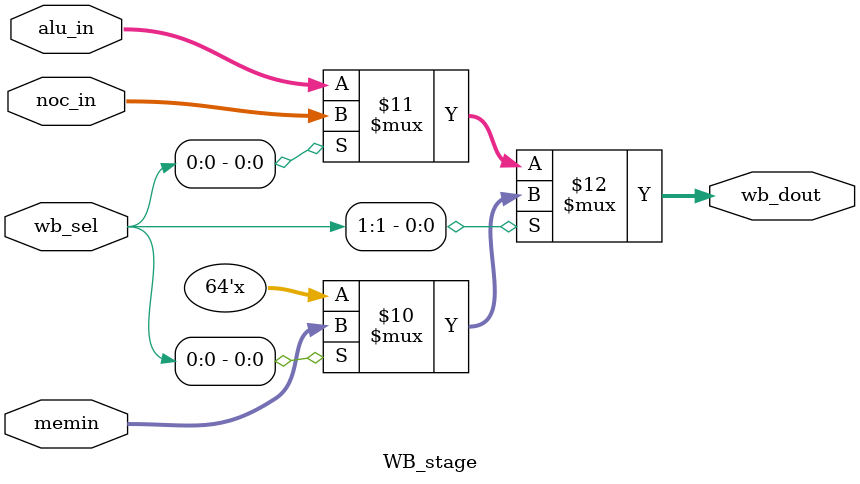
<source format=v>


module cardinal_processor(
		input clk,             			// System Clock
		input reset,           			// System Reset
		input [0:31] instruction,		// Instruction from Instruction Memory
		input [0:63] dataIn,        // Data from Data Memory
		output [0:31] pc,						// Program counter output to Instr Memory
		output [0:63] dataOut,      // Write Data to Data Memory
		output [0:31] memAddr,      // Write Address for Data Memory
		output memEn,           		// Data Memory Enable
		output memWrEn              // Data Memory Write Enable
	);

	wire [0:31] instr;

	//instruction format variables
	wire [0:5] func, dp_func;
	wire [0:1] ww, dp_ww;
	wire [0:2] ppp, dp_ppp;
	wire [0:4] rA, rB, rD, dp_rA, dp_rB, dp_rD;
	wire [0:5] opcode, dp_opcode;
	wire [0:15] i_addr, dp_iaddr;

  wire [0:31] id_cntrl, dff_idcntrl;
	wire [0:15] id_iaddr, dff_iaddr;

	prog_cntr pc1 (.clk(clk), .reset(reset), .pc(pc));

	dff32x1 dff_cpu1 (.CLK(clk), .RST(reset), .D(instruction), .Q(instr));

	if_id_stage ifid (.clk(clk), .reset(reset), .instruction(instr), .func(func),
										.ww(ww), .ppp(ppp), .rA(rA), .rB(rB), .rD(rD),
										.opcode(opcode), .i_addr(i_addr));

	datapath dp (.clk(clk), .reset(reset), .func(func), .ww(ww), .ppp(ppp),
							 .rA(rA), .rB(rB), .rD(rD), .opcode(opcode),
							 .i_addr(i_addr), .dataIn(dataIn), .dataOut(dataOut),
							 .memAddr(memAddr), .memEn(memEn), .memWrEn(memWrEn));

endmodule

//
//dff32x1 module
//1 x 32-bit DFF
//
module dff32x1 (CLK, RST, D, Q);
	input CLK, RST;
  input [0:31] D;
	output reg [0:31] Q;

	always @ (posedge CLK) begin
		if (RST) begin
			Q <= 32'b0;
		end else begin
			Q <= D;
		end
	end
endmodule //end dff module






// ############################################################################################
// ALU



module alu (
		input clk,             // System Clock
		input reset,           // System Reset
		input [0:5] func,
		input [0:1] ww,
		input [0:4] shift_amount,
		input [0:63] din1      ,   // Data from stage reg
		input [0:63] din2      ,   // Data from stage reg
		output reg [0:63] aluout
	);

	always @(*) begin

		
			case (func)

				6'd0: aluout = din1 & din2;		// And rA and rB and store in rD				

				6'd1: aluout = din1 | din2;		// OR rA and rB and store in rD				

				6'd2: aluout = din1 ^ din2;		// XOR rA and rB and store in rD				

				6'd3: aluout = ~din1;			// NOT rA and store in rD				

				6'd4: aluout = din1;			// MOV rA and store in rD				

				6'd5: begin				// ADD rA and rB and store in rD

					case (ww)

						2'b00: begin

								aluout[0:7] = din1[0:7] + din2[0:7];
								aluout[8:15] = din1[8:15] + din2[8:15];
								aluout[16:23] = din1[16:23] + din2[16:23];
								aluout[24:31] = din1[24:31] + din2[24:31];
								aluout[32:39] = din1[32:39] + din2[32:39];
								aluout[40:47] = din1[40:47] + din2[40:47];
								aluout[48:55] = din1[48:55] + din2[48:55];
								aluout[56:63] = din1[56:63] + din2[56:63];

						end

						2'b01: begin

								aluout[0:15] = din1[0:15] + din2[0:15];
								aluout[16:31] = din1[16:31] + din2[16:31];
								aluout[32:47] = din1[32:47] + din2[32:47];
								aluout[48:63] = din1[48:63] + din2[48:63];

						end

						2'b10: begin

								aluout[0:31] = din1[0:31] + din2[0:31];
								aluout[32:63] = din1[32:63] + din2[32:63];

						end

						2'b11: aluout = din1 + din2;

					endcase
				end				

				6'd6: begin				// SUB rA and rB and store in rD

					case (ww)

						2'b00: begin

								aluout[0:7] = din1[0:7] + (8'b1 + ~din2[0:7]);
								aluout[8:15] = din1[8:15] + (8'b1 + ~din2[8:15]);
								aluout[16:23] = din1[16:23] + (8'b1 + ~din2[16:23]);
								aluout[24:31] = din1[24:31] + (8'b1 + ~din2[24:31]);
								aluout[32:39] = din1[32:39] + (8'b1 + ~din2[32:39]);
								aluout[40:47] = din1[40:47] + (8'b1 + ~din2[40:47]);
								aluout[48:55] = din1[48:55] + (8'b1 + ~din2[48:55]);
								aluout[56:63] = din1[56:63] + (8'b1 + ~din2[56:63]);

						end

						2'b01: begin

								aluout[0:15] = din1[0:15] + (8'b1 + ~din2[0:15]);
								aluout[16:31] = din1[16:31] + (8'b1 + ~din2[16:31]);
								aluout[32:47] = din1[32:47] + (8'b1 + ~din2[32:47]);
								aluout[48:63] = din1[48:63] + (8'b1 + ~din2[48:63]);

						end

						2'b10: begin

								aluout[0:31] = din1[0:31] + (8'b1 + ~din2[0:31]);
								aluout[32:63] = din1[32:63] + (8'b1 + ~din2[32:63]);

						end

						2'b11: aluout = din1 + (8'b1 + ~din2);

					endcase
				end

				6'd7: begin		// MUL even rA and rB and store in rD				

					case (ww)

						2'b00: begin

								aluout[0:15] = din1[0:7] * din2[0:7];
								aluout[16:31] = din1[16:23] * din2[16:23];
								aluout[32:47] = din1[32:39] * din2[32:39];
								aluout[48:63] = din1[48:55] * din2[48:55];

						end

						2'b01: begin

								aluout[0:31] = din1[0:15] * din2[0:15];
								aluout[32:63] = din1[32:47] * din2[32:47];

						end

						2'b10: aluout = din1[0:31] * din2[0:31];

						2'b11: aluout = din1[0:31] * din2[0:31];

					endcase

				end

				6'd8: begin		// MUL odd rA and rB and store in rD				

					case (ww)

						2'b00: begin

								aluout[0:15] = din1[8:15] * din2[8:15];
								aluout[16:31] = din1[24:31] * din2[24:31];
								aluout[32:47] = din1[40:47] * din2[40:47];
								aluout[48:63] = din1[56:63] * din2[56:63];

						end

						2'b01: begin

								aluout[0:31] = din1[16:31] * din2[16:31];
								aluout[32:63] = din1[48:63] * din2[48:63];

						end

						2'b10: aluout = din1[32:63] * din2[32:63];

						2'b11: aluout = din1[32:63] * din2[32:63];

					endcase

				end

				6'd9: begin				// ADD rA and rB and store in rD

					case (ww)

						2'b00: begin

								aluout[0:7] = {din1[4:7] , din1[0:3]};
								aluout[8:15] = {din1[12:15] , din1[8:11]};
								aluout[16:23] = {din1[20:23] , din1[16:19]};
								aluout[24:31] = {din1[28:31] , din1[24:27]};
								aluout[32:39] = {din1[36:39] , din1[32:35]};
								aluout[40:47] = {din1[44:47] , din1[40:43]};
								aluout[48:55] = {din1[52:55] , din1[48:51]};
								aluout[56:63] = {din1[60:63] , din1[56:59]};

						end

						2'b01: begin

								aluout[0:15] = {din1[8:15] , din1[0:7]};
								aluout[16:31] = {din1[24:31] , din1[16:23]};
								aluout[32:47] = {din1[40:47] , din1[32:39]};
								aluout[48:63] = {din1[56:63] , din1[48:55]};

						end

						2'b10: begin

								aluout[0:31] = {din1[16:31] , din1[0:15]};
								aluout[32:63] = {din1[48:63] , din1[32:47]};

						end

						2'b11: aluout = {din1[32:63] , din1[0:31]};

					endcase
				end			

				6'd10: begin		// shift left logical and store in rD				

					case (ww)

						2'b00: begin

								aluout[0:7] = din1[0:7] << din2[5:7];
								aluout[8:15] = din1[8:15] << din2[13:15];
								aluout[16:23] = din1[16:23] << din2[21:23];
								aluout[24:31] = din1[24:31] << din2[29:31];
								aluout[32:39] = din1[32:39] << din2[37:39];
								aluout[40:47] = din1[40:47] << din2[45:47];
								aluout[48:55] = din1[48:55] << din2[53:55];
								aluout[56:63] = din1[56:63] << din2[61:63];
								
						end

						2'b01: begin

								aluout[0:15] = din1[0:15] << din2[12:15];
								aluout[16:31] = din1[24:31] << din2[28:31];
								aluout[32:47] = din1[32:47] << din2[44:47];
								aluout[48:63] = din1[48:55] << din2[60:63];

						end

						2'b10: begin

								aluout[0:31] = din1[0:31] << din2[27:31];
								aluout[31:63] = din1[31:63] << din2[59:63];

						end

						2'b11: aluout = din1[0:63] << din2[58:63];

					endcase

				end

				6'd11: begin				// shift left immediate

					case (ww)

						2'b00: begin

								aluout[0:7] = din1[0:7] << shift_amount[2:4];
								aluout[8:15] = din1[8:15] << shift_amount[2:4];
								aluout[16:23] = din1[16:23] << shift_amount[2:4];
								aluout[24:31] = din1[24:31] << shift_amount[2:4];
								aluout[32:39] = din1[32:39] << shift_amount[2:4];
								aluout[40:47] = din1[40:47] << shift_amount[2:4];
								aluout[48:55] = din1[48:55] << shift_amount[2:4];
								aluout[56:63] = din1[56:63] << shift_amount[2:4];
							
						end

						2'b01: begin

								aluout[0:15] = din1[0:15] << shift_amount[1:4];
								aluout[16:31] = din1[16:31] << shift_amount[1:4];
								aluout[32:47] = din1[32:47] << shift_amount[1:4];
								aluout[48:63] = din1[48:63] << shift_amount[1:4];

						end

						2'b10: begin

								aluout[0:31] = din1[0:31] << shift_amount[0:4];
								aluout[32:63] = din1[32:63] << shift_amount[0:4];

						end

						2'b11: aluout[0:63] = din1[0:63] << shift_amount[0:4];

					endcase

				end

				6'd12: begin		// shift right logical and store in rD				

					case (ww)

						2'b00: begin

								aluout[0:7] = din1[0:7] >> din2[5:7];
								aluout[8:15] = din1[8:15] >> din2[13:15];
								aluout[16:23] = din1[16:23] >> din2[21:23];
								aluout[24:31] = din1[24:31] >> din2[29:31];
								aluout[32:39] = din1[32:39] >> din2[37:39];
								aluout[40:47] = din1[40:47] >> din2[45:47];
								aluout[48:55] = din1[48:55] >> din2[53:55];
								aluout[56:63] = din1[56:63] >> din2[61:63];
								
						end

						2'b01: begin

								aluout[0:15] = din1[0:15] >> din2[12:15];
								aluout[16:31] = din1[24:31] >> din2[28:31];
								aluout[32:47] = din1[32:47] >> din2[44:47];
								aluout[48:63] = din1[48:55] >> din2[60:63];

						end

						2'b10: begin

								aluout[0:31] = din1[0:31] >> din2[27:31];
								aluout[31:63] = din1[31:63] >> din2[59:63];

						end

						2'b11: aluout = din1[0:63] >> din2[58:63];

					endcase

				end

				6'd13: begin				// shift right immediate

					case (ww)

						2'b00: begin

								aluout[0:7] = din1[0:7] >> shift_amount[2:4];
								aluout[8:15] = din1[8:15] >> shift_amount[2:4];
								aluout[16:23] = din1[16:23] >> shift_amount[2:4];
								aluout[24:31] = din1[24:31] >> shift_amount[2:4];
								aluout[32:39] = din1[32:39] >> shift_amount[2:4];
								aluout[40:47] = din1[40:47] >> shift_amount[2:4];
								aluout[48:55] = din1[48:55] >> shift_amount[2:4];
								aluout[56:63] = din1[56:63] >> shift_amount[2:4];
							
						end

						2'b01: begin

								aluout[0:15] = din1[0:15] >> shift_amount[1:4];
								aluout[16:31] = din1[16:31] >> shift_amount[1:4];
								aluout[32:47] = din1[32:47] >> shift_amount[1:4];
								aluout[48:63] = din1[48:63] >> shift_amount[1:4];

						end

						2'b10: begin

								aluout[0:31] = din1[0:31] >> shift_amount[0:4];
								aluout[32:63] = din1[32:63] >> shift_amount[0:4];

						end

						2'b11: aluout[0:63] = din1[0:63] >> shift_amount[0:4];

					endcase

				end

				6'd14: begin		// shift right arithmetic and store in rD				

					case (ww)

						2'b00: begin

								aluout[0:7] = $signed(din1[0:7]) >>> din2[5:7];
								aluout[8:15] = $signed(din1[8:15]) >>> din2[13:15];
								aluout[16:23] = $signed(din1[16:23]) >>> din2[21:23];
								aluout[24:31] = $signed(din1[24:31]) >>> din2[29:31];
								aluout[32:39] = $signed(din1[32:39]) >>> din2[37:39];
								aluout[40:47] = $signed(din1[40:47]) >>> din2[45:47];
								aluout[48:55] = $signed(din1[48:55]) >>> din2[53:55];
								aluout[56:63] = $signed(din1[56:63]) >>> din2[61:63];
								
						end

						2'b01: begin

								aluout[0:15] = $signed(din1[0:15]) >>> din2[12:15];
								aluout[16:31] = $signed(din1[24:31]) >>> din2[28:31];
								aluout[32:47] = $signed(din1[32:47]) >>> din2[44:47];
								aluout[48:63] = $signed(din1[48:55]) >>> din2[60:63];

						end

						2'b10: begin

								aluout[0:31] = $signed(din1[0:31]) >>> din2[27:31];
								aluout[31:63] = $signed(din1[31:63]) >>> din2[59:63];

						end

						2'b11: aluout = $signed(din1[0:63]) >>> din2[58:63];

					endcase

				end

				6'd15: begin				// shift right immediate

					case (ww)

						2'b00: begin

								aluout[0:7] = $signed(din1[0:7]) >>> shift_amount[2:4];
								aluout[8:15] = $signed(din1[8:15]) >>> shift_amount[2:4];
								aluout[16:23] = $signed(din1[16:23]) >>> shift_amount[2:4];
								aluout[24:31] = $signed(din1[24:31]) >>> shift_amount[2:4];
								aluout[32:39] = $signed(din1[32:39]) >>> shift_amount[2:4];
								aluout[40:47] = $signed(din1[40:47]) >>> shift_amount[2:4];
								aluout[48:55] = $signed(din1[48:55]) >>> shift_amount[2:4];
								aluout[56:63] = $signed(din1[56:63]) >>> shift_amount[2:4];
							
						end

						2'b01: begin

								aluout[0:15] = $signed(din1[0:15]) >>> shift_amount[1:4];
								aluout[16:31] = $signed(din1[16:31]) >>> shift_amount[1:4];
								aluout[32:47] = $signed(din1[32:47]) >>> shift_amount[1:4];
								aluout[48:63] = $signed(din1[48:63]) >>> shift_amount[1:4];

						end

						2'b10: begin

								aluout[0:31] = $signed(din1[0:31]) >>> shift_amount[0:4];
								aluout[32:63] = $signed(din1[32:63]) >>> shift_amount[0:4];

						end

						2'b11: begin
								aluout[0:63] = $signed(din1) >>> shift_amount[0:4];
						end
					endcase

				end
			default: aluout = 0;
			endcase

	end

endmodule






// ##################################################################################################################
// DATAPATH


//
//datapath module
//
module datapath(
		input clk,             // System Clock
		input reset,           // System Reset
		input [0:5] func,
		input [0:1] ww,
		input [0:2] ppp,
		input [0:4] rA, rB, rD,
		input [0:5] opcode,
		input [0:15] i_addr,
		input [0:63] dataIn,          // Data from Data Memory
		output [0:63] dataOut,        // Write Data to Data Memory
		output [0:31] memAddr,    		// Write Effective Address for Data Memory
		output memEn,				          // Data Memory Enable
		output memWrEn                // Data Memory Write Enable
	);

	wire [0:63] rfout1, dff_rfout1, rfout2, dff_rfout2, alu_out, wb_out;
	wire [0:63] dff_alu1out1, dff_alu1out2;

	wire [0:1] ex_ww, wb_ww;
	wire [0:4] ex_shft, ex_rD;
	wire [0:5] ex_func;
	wire [0:5] ex_opcode, wb_opcode;
	wire [0:15] ex_iaddr;

	wire wb_rfwren;
	wire [0:1] wb_sel;
	wire [0:2] wb_ppp;
	wire [0:4] wb_rD;

	//control signals
	wire [0:31] cpu_cntrl1, dff_rf2out, dff_ex1out;
	wire [0:15] cpu_cntrl2, dff_rf3out, dff_ex2out;


  //----------------------------------------------------------------------------
  //RF Stage

	//RF instantiation
	reg_file RF (.clk(clk), .reset(reset), .WrEn(wb_rfwren), .ww(wb_ww), .ppp(wb_ppp),
							 .rDaddr(wb_rD), .rAaddr(rA), .rBaddr(rB), .din(wb_out),
							 .dout1(rfout1), .dout2(rfout2));

	//----------------------------------------------------------------------------
 	//RF -> EX/MEM Stage Registers

  //RF dff for data out signals
 	dff64x2 dff_rf1 (.CLK(clk), .RST(reset), .D1(rfout1), .D2(rfout2),
 									 .Q1(dff_rfout1), .Q2(dff_rfout2));

	//control signals (func, ww, ppp, rA, rB, rD, opcode)
	dff32x1 dff_rf2 (.CLK(clk), .RST(reset), .D(cpu_cntrl1), .Q(dff_rf2out));

	//control signals (i_addr)
	dff16x1 dff_rf3 (.CLK(clk), .RST(reset), .D(cpu_cntrl2), .Q(dff_rf3out));

	//----------------------------------------------------------------------------
	//EX/MEM Stage

  //ALU instantiation
	alu alu1 (.clk(clk), .reset(reset), .func(ex_func), .ww(ex_ww),
						.shift_amount(ex_shft), .din1(dff_rfout1), .din2(dff_rfout2),
						.aluout(alu_out));

  //MEM instantiation
	MEM_signals mem1 (.opcode(ex_opcode), .i_addr(ex_iaddr), .memEn(memEn),
										.memWrEn(memWrEn), .EA(memAddr));

	//----------------------------------------------------------------------------
	//EX/MEM -> WB Stage Registers

  //EX dff for ALU data out signal
	dff64x2 dff_alu1 (.CLK(clk), .RST(reset), .D1(alu_out), .D2(dataIn),
									 .Q1(dff_alu1out1), .Q2(dff_alu1out2));

	//control signals (func, ww, ppp, rA, rB, rD, opcode)
	dff32x1 dff_ex1 (.CLK(clk), .RST(reset), .D(dff_rf2out), .Q(dff_ex1out));

	//control signals (i_addr)
	dff16x1 dff_ex2 (.CLK(clk), .RST(reset), .D(dff_rf3out), .Q(dff_ex2out));

	//----------------------------------------------------------------------------
	//WB Stage

	//MEM instantiation
	WB_stage wb1 (.wb_sel(wb_sel), .alu_in(dff_alu1out1), .noc_in(dff_alu1out2),
								.memin(dataIn),	.wb_dout(wb_out));

	//----------------------------------------------------------------------------
	//ID Signal Control

	//ID control signals (Buffer inputs)
	assign cpu_cntrl1 = {func, ww, ppp, rA, rB, rD, opcode};
	assign cpu_cntrl2 = i_addr;

	//EX/MEM stage assignments
	assign ex_func = dff_rf2out[0:5];				//func at EX stage
	assign ex_ww = dff_rf2out[6:7];					//ww at EX stage
	assign ex_shft = dff_rf2out[16:20];			//rB at EX stage
	assign ex_rD = dff_rf2out[21:25];				//rD at EX stage
	assign ex_opcode = dff_rf2out[26:31];		//opcode at EX stage
	assign ex_iaddr = dff_rf3out;						//iaddr to EX stage

	//WB stage assignments
	assign wb_ww = dff_ex1out[6:7];					//ww to RF module
	assign wb_ppp = dff_ex1out[8:10];				//ppp to RF module
	assign wb_rD = dff_ex1out[21:25];				//rD to RF module
	assign wb_opcode = dff_ex1out[26:31];		//opcode to wb_sel and wb_rfwren logic

	assign wb_sel[0] = (wb_opcode == 6'b100000 || wb_opcode == 6'b100010) ? 1'b1 : 1'b0;
	assign wb_sel[1] = (wb_opcode == 6'b100000) ? 1'b1 : 1'b0;

	assign wb_rfwren = (wb_opcode == 6'b101010 || wb_opcode == 6'b100000 ||
									 		wb_opcode == 6'b100010) ? 1'b1 : 1'b0;

	//----------------------------------------------------------------------------
	//Data Memory Output
	assign dataOut = dff_rfout1;							//rA output from RF dff

endmodule

//
//RF module
//3-port (2 rd, 1 wr), Asynchronous reads, Synchronous writes
//32 64-bit registers
//
module reg_file(
		input clk,            	// System Clock
		input reset,          	// System Reset
		input WrEn,         		// RF Write Enable
		input [0:1] ww,					// RF WW (word width)
		input [0:2] ppp,     	 	// RF PPP (participation)
		input [0:4] rDaddr,   	// Write Address for RF (rD)
		input [0:4] rAaddr,    	// Read Address for RF (rA)
		input [0:4] rBaddr,    	// Read Address for RF (rB)
		input [0:63] din,     	// Data from write back
		output [0:63] dout1,   	// Write Data 1 to stage reg
		output [0:63] dout2     // Write Data 1 to stage reg
	);

	integer i;
	reg [0:6] width;							// word width (based on ww)

	// Memory Declaration
	reg [0:63] rf_mem[0:31];		// 64-bit wide, 32-deep memory

	// Asynchronous READ Operation
	//assign dout1 = WrEn ? 64'bz : rf_mem[rAaddr];  //set to z if writing
	//assign dout2 = WrEn ? 64'bz : rf_mem[rBaddr];  //set to z if writing

	assign dout1 = rf_mem[rAaddr];
	assign dout2 = rf_mem[rBaddr];
	
	always @ (posedge clk) begin
		//$display($time," rf_mem0=%h, rf_mem1=%h, rf_mem2=%h, rf_mem3=%h, ", rf_mem[0], rf_mem[1], rf_mem[2], rf_mem[3]);
		//$display($time," rf_mem28=%h, rf_mem29=%h, rf_mem30=%h, rf_mem32=%h, ", rf_mem[28], rf_mem[29], rf_mem[30], rf_mem[31]);

		if (reset) begin
			//clear entire RF
			for (i=0; i<32; i=i+1) begin
				rf_mem[i] = 64'b0;
			end
		end else if (WrEn && rDaddr != 5'b0) begin
			case (ppp)
				3'b000: begin rf_mem[rDaddr][0:63] = din[0:63]; end //end case 3'b000
				3'b001: begin rf_mem[rDaddr][0:31] = din[0:31]; end //end case 3'b001
				3'b010: begin rf_mem[rDaddr][32:63] = din[32:63]; end //end case 3'b010
				3'b011: begin
						
										//if (i%2 == 0) begin
											//rf_mem[rDaddr][i+:width] <= din[i+:width];
											if (width == 7'd8) begin
												for(i=0;i<64;i=i+16) begin
													rf_mem[rDaddr][i+:8] = din[i+:8];
													end
											end else if (width == 7'd16) begin
											    for(i=0;i<64;i=i+32) begin
													rf_mem[rDaddr][i+:16] = din[i+:16];
													end
											end else if (width == 7'd32) begin
												for(i=0;i<64;i=i+64) begin
													rf_mem[rDaddr][i+:32] = din[i+:32];
													end
											end else if (width == 7'd64) begin
												for(i=0;i<64;i=i+128) begin
													rf_mem[rDaddr][i+:64] = din[i+:64];
													end
											end //end if-else
										//end //end if
									
								end //end case 3'b011
				3'b100: begin
									
										//if (i%2 != 0) begin
											//rf_mem[rDaddr][i+:width] <= din[i+:width];
											if (width == 7'd8) begin
												for (i=8; i<64; i=i+(2*8)) begin
													rf_mem[rDaddr][i+:8] = din[i+:8];
												end
											end else if (width == 7'd16) begin
												for (i=16; i<64; i=i+(2*16)) begin
													rf_mem[rDaddr][i+:16] = din[i+:16];
												end
											end else if (width == 7'd32) begin
												for (i=32; i<64; i=i+(2*32)) begin
													rf_mem[rDaddr][i+:32] = din[i+:32];
												end
											end else if (width == 7'd64) begin
												for (i=64; i<64; i=i+(2*64)) begin
													rf_mem[rDaddr][i+:64] = din[i+:64];
												end
											end //end if-else
										//end //end if
								end //end case 3'b100
				default: begin rf_mem[rDaddr][0:63] = din[0:63]; end //end case default
			endcase
		end //end if-else
	end //end always

	always @ (*) begin
		if (reset) begin
			width = 7'd0;
		end else if (ww == 2'b00) begin
			width = 7'd8;
		end else if (ww == 2'b01) begin
			width = 7'd16;
		end else if (ww == 2'b10) begin
			width = 7'd32;
		end else if (ww == 2'b11) begin
			width = 7'd64;
		end else begin
			width = 7'd0;
		end //end if-else
	end //end always

endmodule

//
//dff8x1 module
//1 x 8-bit DFF
//
module dff8x1 (CLK, RST, D, Q);
	input CLK, RST;
  input [0:7] D;
	output reg [0:7] Q;

	always @ (posedge CLK) begin
		if (RST) begin
			Q <= 8'b0;
		end else begin
			Q <= D;
		end
	end
endmodule //end dff module

//
//dff16x1 module
//1 x 16-bit DFF
//
module dff16x1 (CLK, RST, D, Q);
	input CLK, RST;
  input [0:15] D;
	output reg [0:15] Q;

	always @ (posedge CLK) begin
		if (RST) begin
			Q <= 16'b0;
		end else begin
			Q <= D;
		end
	end
endmodule //end dff module

//
//dff64x1 module
//1 x 64-bit DFF with enable
//
module dff64x1_L (CLK, RST, EN, D, Q);
	input CLK, RST, EN;
  input [0:63] D;
	output reg [0:63] Q;

	always @ (posedge CLK) begin
		if (RST) begin
			Q <= 64'b0;
		end else if (EN) begin
			Q <= D;
		end
	end
endmodule //end dff module

//
//dff64x2 module
//2 x 64-bit DFF
//
module dff64x2 (CLK, RST, D1, D2, Q1, Q2);
	input CLK, RST;
  input [0:63] D1, D2;
	output reg [0:63] Q1, Q2;

	always @ (posedge CLK) begin
		if (RST) begin
			Q1 <= 64'b0;
			Q2 <= 64'b0;
		end else begin
			Q1 <= D1;
			Q2 <= D2;
		end
	end
endmodule //end dff module





//###########################################################################################################
// DECODE CONTROL



//
//prog_cntr module
//increases counter by 4 every clk cycle
//
module prog_cntr(
		input clk,        	 // System Clock
		input reset,         // System Reset
		output [0:31] pc 		 // Instruction Address
	);

	reg [0:31] cntr;

	assign pc = cntr;

	always @ (posedge clk) begin
		if (reset) begin
			// clear counter
			cntr <= 32'b0;
		end else begin
			//increment cntr by 4 every clk cycle
			cntr <= cntr + 4;
		end //end if
	end //end always
endmodule

//
//instr_dec_cntrl module
//decode instructions and send control signals to execute said instruction
//sends control signals to datapath (where instr gets executed)
//
//instr format has two types (R-type and M-type)
//not all R-types are the same (rB can be register specifier or 5-bit immediate)
//
module if_id_stage(
		input clk,             // System Clock
		input reset,           // System Reset
		input [0:31] instruction, 		// Instruction from Instruction Memory
		output reg [0:5] func,
		output reg [0:1] ww,
		output reg [0:2] ppp,
		output reg [0:4] rA, rB, rD,
		output reg [0:5] opcode,
		output reg [0:15] i_addr
	);

	always @ (*) begin
		if (reset) begin
			// clear control signals
			func = 6'b000000;
			ww = 2'b00;
			ppp = 3'b000;
			rA = 5'b00000;
			rB = 5'b00000;
			rD = 5'b00000;
			opcode = 6'b000000;
			i_addr = 16'b0000_0000_0000_0000;

		//All others instructions are NOP
		end	else if (instruction[0:5] == 6'b111100) begin
			func = 6'b0;
			ww = 2'b0;
			ppp = 3'b0;
			rA = 5'b0;
			rB = 5'b0;
			rD = 5'b0;
			opcode = 6'b111100;
			i_addr = 16'b0;
		end	else if (instruction[0:5] == 6'b101010) begin
			opcode = instruction[0:5];
			rD = instruction[6:10];
			rA = instruction[11:15];
			rB = instruction[16:20];
			ppp = instruction[21:23];
			ww = instruction[24:25];
			func = instruction[26:31];
			i_addr = 16'bz;
		end	else if (instruction[0:5] == 6'b100000) begin
			opcode = instruction[0:5];
			rD = instruction[6:10];
			rA = 5'bz;
			rB = 5'bz;
			ppp = 3'bz;
			ww = 2'bz;
			func = 6'bz;
			i_addr = instruction[16:31];
		end	else if (instruction[0:5] == 6'b100001) begin
			opcode = instruction[0:5];
			rD = 5'bz;
			rA = instruction[6:10];
			rB = 5'bz;
			ppp = 3'bz;
			ww = 2'bz;
			func = 6'bz;
			i_addr = instruction[16:31];
		end else if(instruction[0:5] == 6'b100010) begin //Special Operation for receiving the data from CPU
			opcode = instruction[0:5];
			rD = instruction[6:10];
			rA = 5'bz;
			rB = 5'bz;
			ppp = 3'bz;
			ww = 2'bz;
			func = 6'bz;
			i_addr = instruction[16:31];
		end	else if(instruction[0:5] == 6'b100011) begin //Special Operation for sending data out from CPU
			opcode = instruction[0:5];
			rD = 5'bz;
			rA = instruction[6:10];
			rB = 5'bz;
			ppp = 3'bz;
			ww = 2'bz;
			func = 6'bz;
			i_addr = instruction[16:31];
		end	else begin
			func = 6'b0;
			ww = 2'b0;
			ppp = 3'b0;
			rA = 5'b0;
			rB = 5'b0;
			rD = 5'b0;
			opcode = 6'b111100;
			i_addr = 16'b0;
		end

	end //end always
endmodule






//##############################################################################################################################
// MEMORY & WB




module MEM_signals(opcode, i_addr, memEn, memWrEn, EA);
	input [0:5] opcode;
	input [0:15] i_addr;
	output reg memEn, memWrEn;
	output reg [0:31] EA;

	always @ (*) begin
		if(opcode == 6'b100000 || opcode == 6'b100001) begin
			memEn = 1'b1;
			EA = {16'b0,i_addr};
			if(opcode == 6'b100001) begin
				memWrEn = 1'b1;
			end else begin
				memWrEn = 1'b0;
			end //end if-else
		end	else if (opcode == 6'b100010) begin
			memEn = 1'b0;
			memWrEn= 1'b0;
			EA = {16'hffff,i_addr};	//EA for flit read from buffer
		end	else if (opcode == 6'b100011) begin
			memEn = 1'b0;
			memWrEn= 1'b0;
			EA = {16'haaaa,i_addr};	//EA for flit write to buffer
		end	else begin
			memEn = 1'b0;
			memWrEn = 1'b0;
			EA = 32'b0;
		end //end if-else
	end //end always
endmodule

module WB_stage(wb_sel, alu_in, noc_in, memin, wb_dout);
	input [0:63] alu_in, noc_in, memin;
	input [0:1] wb_sel;
	output [0:63] wb_dout;

	assign wb_dout = wb_sel[1] ? (wb_sel[0] ? memin : 64'bz) :
															 (wb_sel[0] ? noc_in : alu_in) ;

endmodule

</source>
